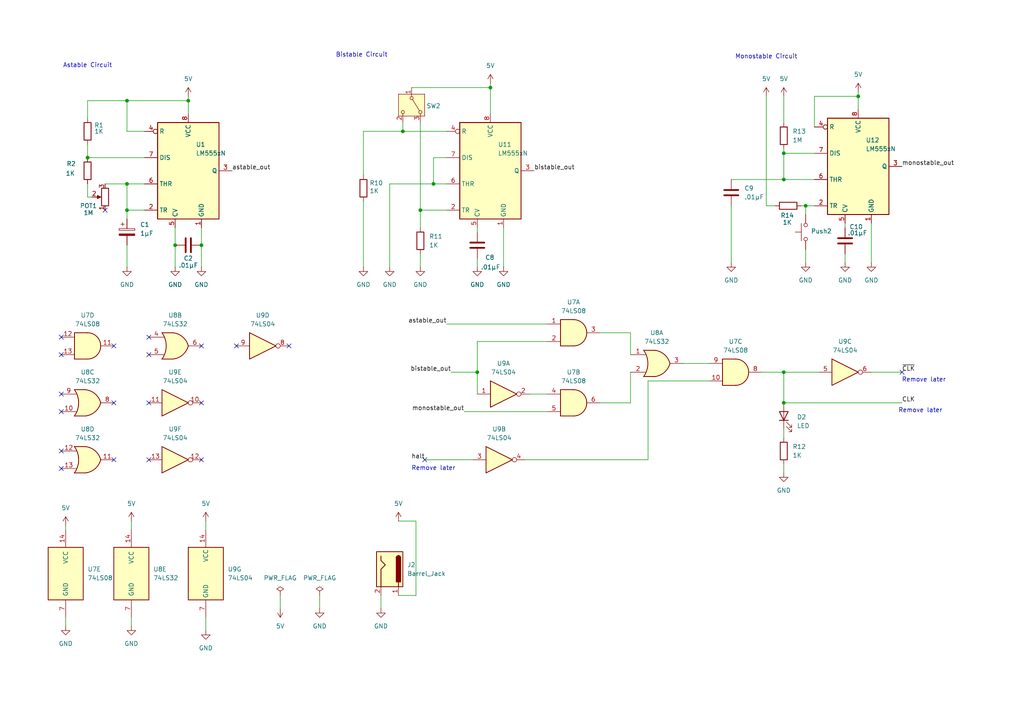
<source format=kicad_sch>
(kicad_sch (version 20231120) (generator "eeschema") (generator_version "8.0")
  (paper "A4")
  (lib_symbols
    (symbol "74LS32_1" (pin_names (offset 1.016))
      (property "Reference" "U" (at 0 1.27 0))
      (property "Value" "74LS32" (at 0 -1.27 0))
      (symbol "74LS32_1_1_1"
        (pin input line (at -7.62 2.54 0) (length 4.318) (name "~") (number "1"))
        (pin input line (at -7.62 -2.54 0) (length 4.318) (name "~") (number "2"))
        (pin output line (at 7.62 0 180) (length 3.81) (name "~") (number "3"))
      )
      (symbol "74LS32_1_1_2"
        (pin input inverted (at -7.62 2.54 0) (length 3.81) (name "~") (number "1"))
        (pin input inverted (at -7.62 -2.54 0) (length 3.81) (name "~") (number "2"))
        (pin output inverted (at 7.62 0 180) (length 3.81) (name "~") (number "3"))
      )
      (symbol "74LS32_1_2_1"
        (pin input line (at -7.62 2.54 0) (length 4.318) (name "~") (number "4"))
        (pin input line (at -7.62 -2.54 0) (length 4.318) (name "~") (number "5"))
        (pin output line (at 7.62 0 180) (length 3.81) (name "~") (number "6"))
      )
      (symbol "74LS32_1_2_2"
        (pin input inverted (at -7.62 2.54 0) (length 3.81) (name "~") (number "4"))
        (pin input inverted (at -7.62 -2.54 0) (length 3.81) (name "~") (number "5"))
        (pin output inverted (at 7.62 0 180) (length 3.81) (name "~") (number "6"))
      )
      (symbol "74LS32_1_3_1"
        (pin input line (at -7.62 -2.54 0) (length 4.318) (name "~") (number "10"))
        (pin output line (at 7.62 0 180) (length 3.81) (name "~") (number "8"))
        (pin input line (at -7.62 2.54 0) (length 4.318) (name "~") (number "9"))
      )
      (symbol "74LS32_1_3_2"
        (pin input inverted (at -7.62 -2.54 0) (length 3.81) (name "~") (number "10"))
        (pin output inverted (at 7.62 0 180) (length 3.81) (name "~") (number "8"))
        (pin input inverted (at -7.62 2.54 0) (length 3.81) (name "~") (number "9"))
      )
      (symbol "74LS32_1_4_1"
        (pin output line (at 7.62 0 180) (length 3.81) (name "~") (number "11"))
        (pin input line (at -7.62 2.54 0) (length 4.318) (name "~") (number "12"))
        (pin input line (at -7.62 -2.54 0) (length 4.318) (name "~") (number "13"))
      )
      (symbol "74LS32_1_4_2"
        (pin output inverted (at 7.62 0 180) (length 3.81) (name "~") (number "11"))
        (pin input inverted (at -7.62 2.54 0) (length 3.81) (name "~") (number "12"))
        (pin input inverted (at -7.62 -2.54 0) (length 3.81) (name "~") (number "13"))
      )
      (symbol "74LS32_1_5_0"
        (pin power_in line (at 0 12.7 270) (length 5.08) (name "VCC") (number "14"))
        (pin power_in line (at 0 -12.7 90) (length 5.08) (name "GND") (number "7"))
      )
    )
    (symbol "74xx:74LS04"
      (property "Reference" "U" (at 0 1.27 0))
      (property "Value" "74LS04" (at 0 -1.27 0))
      (symbol "74LS04_1_0"
        (pin input line (at -7.62 0 0) (length 3.81) (name "~") (number "1"))
        (pin output inverted (at 7.62 0 180) (length 3.81) (name "~") (number "2"))
      )
      (symbol "74LS04_2_0"
        (pin input line (at -7.62 0 0) (length 3.81) (name "~") (number "3"))
        (pin output inverted (at 7.62 0 180) (length 3.81) (name "~") (number "4"))
      )
      (symbol "74LS04_3_0"
        (pin input line (at -7.62 0 0) (length 3.81) (name "~") (number "5"))
        (pin output inverted (at 7.62 0 180) (length 3.81) (name "~") (number "6"))
      )
      (symbol "74LS04_4_0"
        (pin output inverted (at 7.62 0 180) (length 3.81) (name "~") (number "8"))
        (pin input line (at -7.62 0 0) (length 3.81) (name "~") (number "9"))
      )
      (symbol "74LS04_5_0"
        (pin output inverted (at 7.62 0 180) (length 3.81) (name "~") (number "10"))
        (pin input line (at -7.62 0 0) (length 3.81) (name "~") (number "11"))
      )
      (symbol "74LS04_6_0"
        (pin output inverted (at 7.62 0 180) (length 3.81) (name "~") (number "12"))
        (pin input line (at -7.62 0 0) (length 3.81) (name "~") (number "13"))
      )
      (symbol "74LS04_7_0"
        (pin power_in line (at 0 12.7 270) (length 5.08) (name "VCC") (number "14"))
        (pin power_in line (at 0 -12.7 90) (length 5.08) (name "GND") (number "7"))
      )
    )
    (symbol "74xx:74LS08" (pin_names (offset 1.016))
      (property "Reference" "U" (at 0 1.27 0))
      (property "Value" "74LS08" (at 0 -1.27 0))
      (symbol "74LS08_1_1"
        (pin input line (at -7.62 2.54 0) (length 3.81) (name "~") (number "1"))
        (pin input line (at -7.62 -2.54 0) (length 3.81) (name "~") (number "2"))
        (pin output line (at 7.62 0 180) (length 3.81) (name "~") (number "3"))
      )
      (symbol "74LS08_1_2"
        (pin input inverted (at -7.62 2.54 0) (length 4.318) (name "~") (number "1"))
        (pin input inverted (at -7.62 -2.54 0) (length 4.318) (name "~") (number "2"))
        (pin output inverted (at 7.62 0 180) (length 3.81) (name "~") (number "3"))
      )
      (symbol "74LS08_2_1"
        (pin input line (at -7.62 2.54 0) (length 3.81) (name "~") (number "4"))
        (pin input line (at -7.62 -2.54 0) (length 3.81) (name "~") (number "5"))
        (pin output line (at 7.62 0 180) (length 3.81) (name "~") (number "6"))
      )
      (symbol "74LS08_2_2"
        (pin input inverted (at -7.62 2.54 0) (length 4.318) (name "~") (number "4"))
        (pin input inverted (at -7.62 -2.54 0) (length 4.318) (name "~") (number "5"))
        (pin output inverted (at 7.62 0 180) (length 3.81) (name "~") (number "6"))
      )
      (symbol "74LS08_3_1"
        (pin input line (at -7.62 -2.54 0) (length 3.81) (name "~") (number "10"))
        (pin output line (at 7.62 0 180) (length 3.81) (name "~") (number "8"))
        (pin input line (at -7.62 2.54 0) (length 3.81) (name "~") (number "9"))
      )
      (symbol "74LS08_3_2"
        (pin input inverted (at -7.62 -2.54 0) (length 4.318) (name "~") (number "10"))
        (pin output inverted (at 7.62 0 180) (length 3.81) (name "~") (number "8"))
        (pin input inverted (at -7.62 2.54 0) (length 4.318) (name "~") (number "9"))
      )
      (symbol "74LS08_4_1"
        (pin output line (at 7.62 0 180) (length 3.81) (name "~") (number "11"))
        (pin input line (at -7.62 2.54 0) (length 3.81) (name "~") (number "12"))
        (pin input line (at -7.62 -2.54 0) (length 3.81) (name "~") (number "13"))
      )
      (symbol "74LS08_4_2"
        (pin output inverted (at 7.62 0 180) (length 3.81) (name "~") (number "11"))
        (pin input inverted (at -7.62 2.54 0) (length 4.318) (name "~") (number "12"))
        (pin input inverted (at -7.62 -2.54 0) (length 4.318) (name "~") (number "13"))
      )
      (symbol "74LS08_5_0"
        (pin power_in line (at 0 12.7 270) (length 5.08) (name "VCC") (number "14"))
        (pin power_in line (at 0 -12.7 90) (length 5.08) (name "GND") (number "7"))
      )
    )
    (symbol "74xx:74LS32" (pin_names (offset 1.016))
      (property "Reference" "U" (at 0 1.27 0))
      (property "Value" "74LS32" (at 0 -1.27 0))
      (symbol "74LS32_1_1"
        (pin input line (at -7.62 2.54 0) (length 4.318) (name "~") (number "1"))
        (pin input line (at -7.62 -2.54 0) (length 4.318) (name "~") (number "2"))
        (pin output line (at 7.62 0 180) (length 3.81) (name "~") (number "3"))
      )
      (symbol "74LS32_1_2"
        (pin input inverted (at -7.62 2.54 0) (length 3.81) (name "~") (number "1"))
        (pin input inverted (at -7.62 -2.54 0) (length 3.81) (name "~") (number "2"))
        (pin output inverted (at 7.62 0 180) (length 3.81) (name "~") (number "3"))
      )
      (symbol "74LS32_2_1"
        (pin input line (at -7.62 2.54 0) (length 4.318) (name "~") (number "4"))
        (pin input line (at -7.62 -2.54 0) (length 4.318) (name "~") (number "5"))
        (pin output line (at 7.62 0 180) (length 3.81) (name "~") (number "6"))
      )
      (symbol "74LS32_2_2"
        (pin input inverted (at -7.62 2.54 0) (length 3.81) (name "~") (number "4"))
        (pin input inverted (at -7.62 -2.54 0) (length 3.81) (name "~") (number "5"))
        (pin output inverted (at 7.62 0 180) (length 3.81) (name "~") (number "6"))
      )
      (symbol "74LS32_3_1"
        (pin input line (at -7.62 -2.54 0) (length 4.318) (name "~") (number "10"))
        (pin output line (at 7.62 0 180) (length 3.81) (name "~") (number "8"))
        (pin input line (at -7.62 2.54 0) (length 4.318) (name "~") (number "9"))
      )
      (symbol "74LS32_3_2"
        (pin input inverted (at -7.62 -2.54 0) (length 3.81) (name "~") (number "10"))
        (pin output inverted (at 7.62 0 180) (length 3.81) (name "~") (number "8"))
        (pin input inverted (at -7.62 2.54 0) (length 3.81) (name "~") (number "9"))
      )
      (symbol "74LS32_4_1"
        (pin output line (at 7.62 0 180) (length 3.81) (name "~") (number "11"))
        (pin input line (at -7.62 2.54 0) (length 4.318) (name "~") (number "12"))
        (pin input line (at -7.62 -2.54 0) (length 4.318) (name "~") (number "13"))
      )
      (symbol "74LS32_4_2"
        (pin output inverted (at 7.62 0 180) (length 3.81) (name "~") (number "11"))
        (pin input inverted (at -7.62 2.54 0) (length 3.81) (name "~") (number "12"))
        (pin input inverted (at -7.62 -2.54 0) (length 3.81) (name "~") (number "13"))
      )
      (symbol "74LS32_5_0"
        (pin power_in line (at 0 12.7 270) (length 5.08) (name "VCC") (number "14"))
        (pin power_in line (at 0 -12.7 90) (length 5.08) (name "GND") (number "7"))
      )
    )
    (symbol "Connector:Barrel_Jack" (pin_names (offset 1.016))
      (property "Reference" "J" (at 0 5.334 0))
      (property "Value" "Barrel_Jack" (at 0 -5.08 0))
      (symbol "Barrel_Jack_1_1"
        (pin passive line (at 7.62 2.54 180) (length 2.54) (name "~") (number "1"))
        (pin passive line (at 7.62 -2.54 180) (length 2.54) (name "~") (number "2"))
      )
    )
    (symbol "Device:C" (pin_numbers hide) (pin_names (offset 0.254))
      (property "Reference" "C" (at 0.635 2.54 0))
      (property "Value" "C" (at 0.635 -2.54 0))
      (symbol "C_1_1"
        (pin passive line (at 0 3.81 270) (length 2.794) (name "~") (number "1"))
        (pin passive line (at 0 -3.81 90) (length 2.794) (name "~") (number "2"))
      )
    )
    (symbol "Device:C_Polarized" (pin_numbers hide) (pin_names (offset 0.254))
      (property "Reference" "C" (at 0.635 2.54 0))
      (property "Value" "C_Polarized" (at 0.635 -2.54 0))
      (symbol "C_Polarized_1_1"
        (pin passive line (at 0 3.81 270) (length 2.794) (name "~") (number "1"))
        (pin passive line (at 0 -3.81 90) (length 2.794) (name "~") (number "2"))
      )
    )
    (symbol "Device:LED" (pin_numbers hide) (pin_names (offset 1.016) hide)
      (property "Reference" "D" (at 0 2.54 0))
      (property "Value" "LED" (at 0 -2.54 0))
      (symbol "LED_1_1"
        (pin passive line (at -3.81 0 0) (length 2.54) (name "K") (number "1"))
        (pin passive line (at 3.81 0 180) (length 2.54) (name "A") (number "2"))
      )
    )
    (symbol "Device:R" (pin_numbers hide) (pin_names (offset 0))
      (property "Reference" "R" (at 2.032 0 90))
      (property "Value" "R" (at 0 0 90))
      (symbol "R_1_1"
        (pin passive line (at 0 3.81 270) (length 1.27) (name "~") (number "1"))
        (pin passive line (at 0 -3.81 90) (length 1.27) (name "~") (number "2"))
      )
    )
    (symbol "Device:R_Potentiometer" (pin_names (offset 1.016) hide)
      (property "Reference" "RV" (at -4.445 0 90))
      (property "Value" "R_Potentiometer" (at -2.54 0 90))
      (symbol "R_Potentiometer_1_1"
        (pin passive line (at 0 3.81 270) (length 1.27) (name "1") (number "1"))
        (pin passive line (at 3.81 0 180) (length 1.27) (name "2") (number "2"))
        (pin passive line (at 0 -3.81 90) (length 1.27) (name "3") (number "3"))
      )
    )
    (symbol "LM555xN_1"
      (property "Reference" "U3" (at 2.1941 12.7 0))
      (property "Value" "LM555xN" (at 2.1941 10.16 0))
      (symbol "LM555xN_1_0_0"
        (pin power_in line (at 3.81 -11.43 90) (length 2.54) (name "GND") (number "1"))
        (pin power_in line (at 0 21.59 270) (length 2.54) (name "VCC") (number "8"))
      )
      (symbol "LM555xN_1_1_1"
        (pin input line (at -12.7 -6.35 0) (length 3.81) (name "TR") (number "2"))
        (pin output line (at 12.7 5.08 180) (length 3.81) (name "Q") (number "3"))
        (pin input inverted (at -12.7 16.51 0) (length 3.81) (name "R") (number "4"))
        (pin input line (at -3.81 -11.43 90) (length 2.54) (name "CV") (number "5"))
        (pin input line (at -12.7 1.27 0) (length 3.81) (name "THR") (number "6"))
        (pin input line (at -12.7 8.89 0) (length 3.81) (name "DIS") (number "7"))
      )
    )
    (symbol "Switch:SW_Push" (pin_numbers hide) (pin_names (offset 1.016) hide)
      (property "Reference" "SW" (at 1.27 2.54 0))
      (property "Value" "SW_Push" (at 0 -1.524 0))
      (symbol "SW_Push_0_1"
        (pin passive line (at -5.08 0 0) (length 2.54) (name "1") (number "1"))
        (pin passive line (at 5.08 0 180) (length 2.54) (name "2") (number "2"))
      )
    )
    (symbol "Switch:SW_Wuerth_450301014042" (pin_names (offset 1) hide)
      (property "Reference" "SW" (at 0 5.08 0))
      (property "Value" "SW_Wuerth_450301014042" (at 0 -5.08 0))
      (symbol "SW_Wuerth_450301014042_1_1"
        (pin passive line (at -5.08 0 0) (length 2.54) (name "B") (number "1"))
        (pin passive line (at 5.08 -2.54 180) (length 2.54) (name "C") (number "2"))
        (pin passive line (at 5.08 2.54 180) (length 2.54) (name "A") (number "3"))
      )
    )
    (symbol "power:GND" (power) (pin_numbers hide) (pin_names (offset 0) hide)
      (property "Value" "GND" (at 0 -3.81 0))
      (symbol "GND_1_1"
        (pin power_in line (at 0 0 270) (length 0) (name "~") (number "1"))
      )
    )
    (symbol "power:PWR_FLAG" (power) (pin_numbers hide) (pin_names (offset 0) hide)
      (property "Value" "PWR_FLAG" (at 0 3.81 0))
      (symbol "PWR_FLAG_0_0"
        (pin power_out line (at 0 0 90) (length 0) (name "~") (number "1"))
      )
    )
    (symbol "power:VCC" (power) (pin_numbers hide) (pin_names (offset 0) hide)
      (property "Value" "VCC" (at 0 3.556 0))
      (symbol "VCC_1_1"
        (pin power_in line (at 0 0 90) (length 0) (name "~") (number "1"))
      )
    )
  )
  (junction (at 142.24 25.4))
  (junction (at 227.33 52.07))
  (junction (at 227.33 107.95))
  (junction (at 227.33 116.84))
  (junction (at 116.84 38.1))
  (junction (at 25.4 45.72))
  (junction (at 36.83 53.34))
  (junction (at 233.68 59.69))
  (junction (at 121.92 60.96))
  (junction (at 36.83 60.96))
  (junction (at 58.42 71.12))
  (junction (at 36.83 29.21))
  (junction (at 125.73 53.34))
  (junction (at 227.33 44.45))
  (junction (at 50.8 71.12))
  (junction (at 248.92 27.94))
  (junction (at 54.61 29.21))
  (junction (at 138.43 107.95))
  (no_connect (at 17.78 114.3))
  (no_connect (at 33.02 133.35))
  (no_connect (at 43.18 133.35))
  (no_connect (at 17.78 97.79))
  (no_connect (at 123.19 133.35))
  (no_connect (at 33.02 100.33))
  (no_connect (at 33.02 116.84))
  (no_connect (at 17.78 102.87))
  (no_connect (at 17.78 130.81))
  (no_connect (at 30.48 60.96))
  (no_connect (at 43.18 102.87))
  (no_connect (at 17.78 119.38))
  (no_connect (at 83.82 100.33))
  (no_connect (at 43.18 97.79))
  (no_connect (at 261.62 107.95))
  (no_connect (at 17.78 135.89))
  (no_connect (at 43.18 116.84))
  (no_connect (at 58.42 133.35))
  (no_connect (at 58.42 100.33))
  (no_connect (at 58.42 116.84))
  (no_connect (at 68.58 100.33))
  (wire (pts (xy 227.33 116.84) (xy 261.62 116.84)))
  (wire (pts (xy 187.96 110.49) (xy 187.96 133.35)))
  (wire (pts (xy 138.43 66.04) (xy 138.43 67.31)))
  (wire (pts (xy 110.49 172.72) (xy 110.49 176.53)))
  (wire (pts (xy 58.42 71.12) (xy 58.42 77.47)))
  (wire (pts (xy 25.4 29.21) (xy 25.4 34.29)))
  (wire (pts (xy 236.22 52.07) (xy 227.33 52.07)))
  (wire (pts (xy 116.84 35.56) (xy 116.84 38.1)))
  (wire (pts (xy 248.92 27.94) (xy 248.92 31.75)))
  (wire (pts (xy 220.98 107.95) (xy 227.33 107.95)))
  (wire (pts (xy 54.61 27.94) (xy 54.61 29.21)))
  (wire (pts (xy 233.68 72.39) (xy 233.68 76.2)))
  (wire (pts (xy 25.4 57.15) (xy 25.4 53.34)))
  (wire (pts (xy 36.83 53.34) (xy 41.91 53.34)))
  (wire (pts (xy 245.11 64.77) (xy 245.11 66.04)))
  (wire (pts (xy 125.73 53.34) (xy 113.03 53.34)))
  (wire (pts (xy 138.43 107.95) (xy 138.43 114.3)))
  (wire (pts (xy 36.83 29.21) (xy 54.61 29.21)))
  (wire (pts (xy 236.22 27.94) (xy 248.92 27.94)))
  (wire (pts (xy 227.33 124.46) (xy 227.33 127)))
  (wire (pts (xy 50.8 71.12) (xy 50.8 77.47)))
  (wire (pts (xy 59.69 151.13) (xy 59.69 153.67)))
  (wire (pts (xy 36.83 53.34) (xy 36.83 60.96)))
  (wire (pts (xy 120.65 172.72) (xy 115.57 172.72)))
  (wire (pts (xy 227.33 134.62) (xy 227.33 137.16)))
  (wire (pts (xy 138.43 99.06) (xy 138.43 107.95)))
  (wire (pts (xy 212.09 59.69) (xy 212.09 76.2)))
  (wire (pts (xy 227.33 107.95) (xy 227.33 116.84)))
  (wire (pts (xy 36.83 60.96) (xy 41.91 60.96)))
  (wire (pts (xy 173.99 96.52) (xy 182.88 96.52)))
  (wire (pts (xy 50.8 66.04) (xy 50.8 71.12)))
  (wire (pts (xy 248.92 26.67) (xy 248.92 27.94)))
  (wire (pts (xy 187.96 110.49) (xy 205.74 110.49)))
  (wire (pts (xy 59.69 179.07) (xy 59.69 182.88)))
  (wire (pts (xy 105.41 58.42) (xy 105.41 77.47)))
  (wire (pts (xy 142.24 24.13) (xy 142.24 25.4)))
  (wire (pts (xy 19.05 179.07) (xy 19.05 181.61)))
  (wire (pts (xy 113.03 53.34) (xy 113.03 77.47)))
  (wire (pts (xy 233.68 59.69) (xy 233.68 62.23)))
  (wire (pts (xy 173.99 116.84) (xy 182.88 116.84)))
  (wire (pts (xy 252.73 107.95) (xy 261.62 107.95)))
  (wire (pts (xy 115.57 151.13) (xy 120.65 151.13)))
  (wire (pts (xy 25.4 45.72) (xy 41.91 45.72)))
  (wire (pts (xy 123.19 133.35) (xy 137.16 133.35)))
  (wire (pts (xy 227.33 27.94) (xy 227.33 35.56)))
  (wire (pts (xy 38.1 179.07) (xy 38.1 181.61)))
  (wire (pts (xy 129.54 53.34) (xy 125.73 53.34)))
  (wire (pts (xy 38.1 153.67) (xy 38.1 151.13)))
  (wire (pts (xy 92.71 172.72) (xy 92.71 176.53)))
  (wire (pts (xy 134.62 119.38) (xy 158.75 119.38)))
  (wire (pts (xy 121.92 60.96) (xy 129.54 60.96)))
  (wire (pts (xy 152.4 133.35) (xy 187.96 133.35)))
  (wire (pts (xy 129.54 45.72) (xy 125.73 45.72)))
  (wire (pts (xy 119.38 25.4) (xy 142.24 25.4)))
  (wire (pts (xy 121.92 73.66) (xy 121.92 77.47)))
  (wire (pts (xy 142.24 25.4) (xy 142.24 33.02)))
  (wire (pts (xy 36.83 38.1) (xy 36.83 29.21)))
  (wire (pts (xy 41.91 38.1) (xy 36.83 38.1)))
  (wire (pts (xy 198.12 105.41) (xy 205.74 105.41)))
  (wire (pts (xy 120.65 151.13) (xy 120.65 172.72)))
  (wire (pts (xy 222.25 27.94) (xy 222.25 59.69)))
  (wire (pts (xy 54.61 29.21) (xy 54.61 33.02)))
  (wire (pts (xy 130.81 107.95) (xy 138.43 107.95)))
  (wire (pts (xy 158.75 99.06) (xy 138.43 99.06)))
  (wire (pts (xy 236.22 36.83) (xy 236.22 27.94)))
  (wire (pts (xy 232.41 59.69) (xy 233.68 59.69)))
  (wire (pts (xy 121.92 35.56) (xy 121.92 60.96)))
  (wire (pts (xy 227.33 44.45) (xy 227.33 52.07)))
  (wire (pts (xy 227.33 107.95) (xy 237.49 107.95)))
  (wire (pts (xy 129.54 93.98) (xy 158.75 93.98)))
  (wire (pts (xy 19.05 152.4) (xy 19.05 153.67)))
  (wire (pts (xy 146.05 66.04) (xy 146.05 77.47)))
  (wire (pts (xy 236.22 44.45) (xy 227.33 44.45)))
  (wire (pts (xy 25.4 57.15) (xy 26.67 57.15)))
  (wire (pts (xy 25.4 29.21) (xy 36.83 29.21)))
  (wire (pts (xy 116.84 38.1) (xy 129.54 38.1)))
  (wire (pts (xy 30.48 53.34) (xy 36.83 53.34)))
  (wire (pts (xy 227.33 44.45) (xy 227.33 43.18)))
  (wire (pts (xy 36.83 60.96) (xy 36.83 63.5)))
  (wire (pts (xy 138.43 74.93) (xy 138.43 77.47)))
  (wire (pts (xy 182.88 107.95) (xy 182.88 116.84)))
  (wire (pts (xy 25.4 41.91) (xy 25.4 45.72)))
  (wire (pts (xy 125.73 45.72) (xy 125.73 53.34)))
  (wire (pts (xy 153.67 114.3) (xy 158.75 114.3)))
  (wire (pts (xy 245.11 73.66) (xy 245.11 76.2)))
  (wire (pts (xy 105.41 38.1) (xy 116.84 38.1)))
  (wire (pts (xy 227.33 52.07) (xy 212.09 52.07)))
  (wire (pts (xy 105.41 38.1) (xy 105.41 50.8)))
  (wire (pts (xy 252.73 64.77) (xy 252.73 76.2)))
  (wire (pts (xy 233.68 59.69) (xy 236.22 59.69)))
  (wire (pts (xy 182.88 96.52) (xy 182.88 102.87)))
  (wire (pts (xy 121.92 66.04) (xy 121.92 60.96)))
  (wire (pts (xy 81.28 176.53) (xy 81.28 172.72)))
  (wire (pts (xy 222.25 59.69) (xy 224.79 59.69)))
  (wire (pts (xy 36.83 71.12) (xy 36.83 77.47)))
  (wire (pts (xy 58.42 66.04) (xy 58.42 71.12)))
  (text "Bistable Circuit\n" (at 104.902 16.002 0) (effects (font (size 1.27 1.27))))
  (text "Monostable Circuit" (at 222.25 16.51 0) (effects (font (size 1.27 1.27))))
  (text "Astable Circuit" (at 25.4 19.05 0) (effects (font (size 1.27 1.27))))
  (text "Remove later" (at 125.73 135.89 0) (effects (font (size 1.27 1.27))))
  (text "Remove later" (at 266.954 119.126 0) (effects (font (size 1.27 1.27))))
  (text "Remove later" (at 267.97 110.236 0) (effects (font (size 1.27 1.27))))
  (label "CLK" (at 261.62 116.84 0))
  (label "monostable_out" (at 134.62 119.38 180))
  (label "astable_out" (at 129.54 93.98 180))
  (label "bistable_out" (at 130.81 107.95 180))
  (label "halt" (at 123.19 133.35 180))
  (label "~{CLK}" (at 261.62 107.95 0))
  (label "monostable_out" (at 261.62 48.26 0))
  (label "astable_out" (at 67.31 49.53 0))
  (label "bistable_out" (at 154.94 49.53 0))
  (symbol (lib_id "Device:C_Polarized") (at 36.83 67.31 0) (unit 1) (exclude_from_sim yes)
    (property "Reference" "C1" (at 40.64 65.1509 0) (effects (justify left)))
    (property "Value" "1µF" (at 40.64 67.6909 0) (effects (justify left)))
    (property "Footprint" "Capacitor_THT:C_Radial_D5.0mm_H11.0mm_P2.00mm" (effects (hide yes)))
    (property "Description" "Polarized capacitor" (effects (hide yes)))
  )
  (symbol (lib_name "LM555xN_1") (lib_id "Timer:LM555xN") (at 54.61 54.61 0) (unit 1) (exclude_from_sim yes)
    (property "Reference" "U1" (at 56.8041 41.91 0) (effects (justify left)))
    (property "Value" "LM555xN" (at 56.8041 44.45 0) (effects (justify left)))
    (property "Footprint" "Package_DIP:DIP-8_W7.62mm" (effects (hide yes)))
    (property "Datasheet" "http://www.ti.com/lit/ds/symlink/lm555.pdf" (effects (hide yes)))
    (property "Description" "Timer, 555 compatible, PDIP-8" (effects (hide yes)))
    (property "Sim.Library" "/home/swami/Documents/SAP-U/Sim/555bip.lib" (effects (hide yes)))
    (property "Sim.Name" "555bip" (effects (hide yes)))
    (property "Sim.Device" "SUBCKT" (effects (hide yes)))
    (property "Sim.Pins" "1=GND 2=Trig 3=Out 4=Reset 5=Vctrl 6=Threas 7=Dis 8=Vcc" (effects (hide yes)))
  )
  (symbol (lib_id "power:GND") (at 245.11 76.2 0) (unit 1) (exclude_from_sim yes)
    (property "Reference" "#PWR054" (effects (hide yes)))
    (property "Value" "GND" (at 245.11 81.28 0))
    (property "Description" "Power symbol creates a global label with name \"GND\" , ground" (effects (hide yes)))
  )
  (symbol (lib_id "Device:LED") (at 227.33 120.65 90) (unit 1) (exclude_from_sim yes)
    (property "Reference" "D2" (at 231.14 120.9674 90) (effects (justify right)))
    (property "Value" "LED" (at 231.14 123.5074 90) (effects (justify right)))
    (property "Footprint" "LED_THT:LED_D5.0mm" (effects (hide yes)))
    (property "Description" "Light emitting diode" (effects (hide yes)))
  )
  (symbol (lib_id "Switch:SW_Push") (at 233.68 67.31 90) (unit 1) (exclude_from_sim yes)
    (property "Reference" "Push2" (at 235.204 67.056 90) (effects (justify right)))
    (property "Value" "SW_Push" (effects (hide yes)))
    (property "Footprint" "Button_Switch_THT:SW_PUSH_6mm_H4.3mm" (effects (hide yes)))
    (property "Description" "Push button switch, generic, two pins" (effects (hide yes)))
  )
  (symbol (lib_id "power:VCC") (at 142.24 24.13 0) (unit 1) (exclude_from_sim yes)
    (property "Reference" "#PWR047" (effects (hide yes)))
    (property "Value" "5V" (at 142.24 19.05 0))
    (property "Description" "Power symbol creates a global label with name \"VCC\"" (effects (hide yes)))
  )
  (symbol (lib_id "74xx:74LS08") (at 166.37 96.52 0) (unit 1) (exclude_from_sim yes)
    (property "Reference" "U7" (at 166.3617 87.63 0))
    (property "Value" "74LS08" (at 166.3617 90.17 0))
    (property "Footprint" "MyFootPrints:SN74LS08N" (effects (hide yes)))
    (property "Datasheet" "http://www.ti.com/lit/gpn/sn74LS08" (effects (hide yes)))
    (property "Description" "Quad And2" (effects (hide yes)))
  )
  (symbol (lib_id "74xx:74LS04") (at 146.05 114.3 0) (unit 1) (exclude_from_sim yes)
    (property "Reference" "U9" (at 146.05 105.41 0))
    (property "Value" "74LS04" (at 146.05 107.95 0))
    (property "Footprint" "MyFootPrints:SN74LS04N" (effects (hide yes)))
    (property "Datasheet" "http://www.ti.com/lit/gpn/sn74LS04" (effects (hide yes)))
    (property "Description" "Hex Inverter" (effects (hide yes)))
  )
  (symbol (lib_id "74xx:74LS04") (at 76.2 100.33 0) (unit 4) (exclude_from_sim yes)
    (property "Reference" "U9" (at 76.2 91.44 0))
    (property "Value" "74LS04" (at 76.2 93.98 0))
    (property "Footprint" "MyFootPrints:SN74LS04N" (effects (hide yes)))
    (property "Datasheet" "http://www.ti.com/lit/gpn/sn74LS04" (effects (hide yes)))
    (property "Description" "Hex Inverter" (effects (hide yes)))
  )
  (symbol (lib_id "power:GND") (at 59.69 182.88 0) (unit 1) (exclude_from_sim yes)
    (property "Reference" "#PWR038" (effects (hide yes)))
    (property "Value" "GND" (at 59.69 187.96 0))
    (property "Description" "Power symbol creates a global label with name \"GND\" , ground" (effects (hide yes)))
  )
  (symbol (lib_id "74xx:74LS04") (at 245.11 107.95 0) (unit 3) (exclude_from_sim yes)
    (property "Reference" "U9" (at 245.11 99.06 0))
    (property "Value" "74LS04" (at 245.11 101.6 0))
    (property "Footprint" "MyFootPrints:SN74LS04N" (effects (hide yes)))
    (property "Datasheet" "http://www.ti.com/lit/gpn/sn74LS04" (effects (hide yes)))
    (property "Description" "Hex Inverter" (effects (hide yes)))
  )
  (symbol (lib_id "power:GND") (at 113.03 77.47 0) (unit 1) (exclude_from_sim yes)
    (property "Reference" "#PWR043" (effects (hide yes)))
    (property "Value" "GND" (at 113.03 82.55 0))
    (property "Description" "Power symbol creates a global label with name \"GND\" , ground" (effects (hide yes)))
  )
  (symbol (lib_id "74xx:74LS08") (at 25.4 100.33 0) (unit 4) (exclude_from_sim yes)
    (property "Reference" "U7" (at 25.3917 91.44 0))
    (property "Value" "74LS08" (at 25.3917 93.98 0))
    (property "Footprint" "MyFootPrints:SN74LS08N" (effects (hide yes)))
    (property "Datasheet" "http://www.ti.com/lit/gpn/sn74LS08" (effects (hide yes)))
    (property "Description" "Quad And2" (effects (hide yes)))
  )
  (symbol (lib_id "power:VCC") (at 248.92 26.67 0) (unit 1) (exclude_from_sim yes)
    (property "Reference" "#PWR055" (effects (hide yes)))
    (property "Value" "5V" (at 248.92 21.59 0))
    (property "Description" "Power symbol creates a global label with name \"VCC\"" (effects (hide yes)))
  )
  (symbol (lib_id "power:VCC") (at 54.61 27.94 0) (unit 1) (exclude_from_sim yes)
    (property "Reference" "#PWR03" (effects (hide yes)))
    (property "Value" "5V" (at 54.61 22.86 0))
    (property "Description" "Power symbol creates a global label with name \"VCC\"" (effects (hide yes)))
  )
  (symbol (lib_id "power:GND") (at 36.83 77.47 0) (unit 1) (exclude_from_sim yes)
    (property "Reference" "#PWR01" (effects (hide yes)))
    (property "Value" "GND" (at 36.83 82.55 0))
    (property "Description" "Power symbol creates a global label with name \"GND\" , ground" (effects (hide yes)))
  )
  (symbol (lib_name "LM555xN_1") (lib_id "Timer:LM555xN") (at 142.24 54.61 0) (unit 1) (exclude_from_sim yes)
    (property "Reference" "U11" (at 144.4341 41.91 0) (effects (justify left)))
    (property "Value" "LM555xN" (at 144.4341 44.45 0) (effects (justify left)))
    (property "Footprint" "Package_DIP:DIP-8_W7.62mm" (effects (hide yes)))
    (property "Datasheet" "http://www.ti.com/lit/ds/symlink/lm555.pdf" (effects (hide yes)))
    (property "Description" "Timer, 555 compatible, PDIP-8" (effects (hide yes)))
  )
  (symbol (lib_id "power:GND") (at 146.05 77.47 0) (unit 1) (exclude_from_sim yes)
    (property "Reference" "#PWR048" (effects (hide yes)))
    (property "Value" "GND" (at 146.05 82.55 0))
    (property "Description" "Power symbol creates a global label with name \"GND\" , ground" (effects (hide yes)))
  )
  (symbol (lib_id "74xx:74LS08") (at 166.37 116.84 0) (unit 2) (exclude_from_sim yes)
    (property "Reference" "U7" (at 166.3617 107.95 0))
    (property "Value" "74LS08" (at 166.3617 110.49 0))
    (property "Footprint" "MyFootPrints:SN74LS08N" (effects (hide yes)))
    (property "Datasheet" "http://www.ti.com/lit/gpn/sn74LS08" (effects (hide yes)))
    (property "Description" "Quad And2" (effects (hide yes)))
  )
  (symbol (lib_id "power:PWR_FLAG") (at 81.28 172.72 0) (unit 1) (exclude_from_sim yes)
    (property "Reference" "#FLG03" (effects (hide yes)))
    (property "Value" "PWR_FLAG" (at 81.28 167.64 0))
    (property "Description" "Special symbol for telling ERC where power comes from" (effects (hide yes)))
  )
  (symbol (lib_id "74xx:74LS04") (at 144.78 133.35 0) (unit 2) (exclude_from_sim yes)
    (property "Reference" "U9" (at 144.78 124.46 0))
    (property "Value" "74LS04" (at 144.78 127 0))
    (property "Footprint" "MyFootPrints:SN74LS04N" (effects (hide yes)))
    (property "Datasheet" "http://www.ti.com/lit/gpn/sn74LS04" (effects (hide yes)))
    (property "Description" "Hex Inverter" (effects (hide yes)))
  )
  (symbol (lib_id "power:GND") (at 121.92 77.47 0) (unit 1) (exclude_from_sim yes)
    (property "Reference" "#PWR045" (effects (hide yes)))
    (property "Value" "GND" (at 121.92 82.55 0))
    (property "Description" "Power symbol creates a global label with name \"GND\" , ground" (effects (hide yes)))
  )
  (symbol (lib_id "Switch:SW_Wuerth_450301014042") (at 119.38 30.48 270) (unit 1) (exclude_from_sim yes)
    (property "Reference" "SW2" (at 125.73 30.734 90))
    (property "Value" "SW_Wuerth_450301014042" (effects (hide yes)))
    (property "Footprint" "MyFootPrints:SW_Slide-Jameco-SS-12E17-G020" (effects (hide yes)))
    (property "Datasheet" "https://www.we-online.com/components/products/datasheet/450301014042.pdf" (effects (hide yes)))
    (property "Description" "Switch slide, single pole double throw" (effects (hide yes)))
  )
  (symbol (lib_id "power:VCC") (at 38.1 151.13 0) (unit 1) (exclude_from_sim yes)
    (property "Reference" "#PWR030" (effects (hide yes)))
    (property "Value" "5V" (at 38.1 146.05 0))
    (property "Description" "Power symbol creates a global label with name \"VCC\"" (effects (hide yes)))
  )
  (symbol (lib_id "Device:R_Potentiometer") (at 30.48 57.15 180) (unit 1) (exclude_from_sim yes)
    (property "Reference" "POT1" (at 25.654 59.69 0))
    (property "Value" "1M" (at 25.654 61.722 0))
    (property "Footprint" "Potentiometer_THT:Potentiometer_Bourns_3386F_Vertical" (effects (hide yes)))
    (property "Description" "Potentiometer" (effects (hide yes)))
    (property "Sim.Device" "R" (effects (hide yes)))
    (property "Sim.Pins" "1=+ 2=-" (effects (hide yes)))
    (property "Sim.Params" "r=100" (effects (hide yes)))
  )
  (symbol (lib_id "power:GND") (at 138.43 77.47 0) (unit 1) (exclude_from_sim yes)
    (property "Reference" "#PWR046" (effects (hide yes)))
    (property "Value" "GND" (at 138.43 82.55 0))
    (property "Description" "Power symbol creates a global label with name \"GND\" , ground" (effects (hide yes)))
  )
  (symbol (lib_id "Device:C") (at 212.09 55.88 180) (unit 1) (exclude_from_sim yes)
    (property "Reference" "C9" (at 215.9 54.61 0) (effects (justify right)))
    (property "Value" ".01µF" (at 215.9 57.15 0) (effects (justify right)))
    (property "Footprint" "Capacitor_THT:C_Disc_D5.0mm_W2.5mm_P2.50mm" (effects (hide yes)))
    (property "Description" "Unpolarized capacitor" (effects (hide yes)))
  )
  (symbol (lib_id "power:GND") (at 212.09 76.2 0) (unit 1) (exclude_from_sim yes)
    (property "Reference" "#PWR049" (effects (hide yes)))
    (property "Value" "GND" (at 212.09 81.28 0))
    (property "Description" "Power symbol creates a global label with name \"GND\" , ground" (effects (hide yes)))
  )
  (symbol (lib_id "74xx:74LS32") (at 25.4 133.35 0) (unit 4) (exclude_from_sim yes)
    (property "Reference" "U8" (at 25.4 124.46 0))
    (property "Value" "74LS32" (at 25.4 127 0))
    (property "Footprint" "MyFootPrints:SN74LS32N" (effects (hide yes)))
    (property "Datasheet" "http://www.ti.com/lit/gpn/sn74LS32" (effects (hide yes)))
    (property "Description" "Quad 2-input OR" (effects (hide yes)))
  )
  (symbol (lib_id "Connector:Barrel_Jack") (at 113.03 165.1 270) (unit 1) (exclude_from_sim yes)
    (property "Reference" "J2" (at 118.11 163.8299 90) (effects (justify left)))
    (property "Value" "Barrel_Jack" (at 118.11 166.3699 90) (effects (justify left)))
    (property "Description" "DC Barrel Jack" (effects (hide yes)))
  )
  (symbol (lib_id "power:GND") (at 58.42 77.47 0) (unit 1) (exclude_from_sim yes)
    (property "Reference" "#PWR04" (effects (hide yes)))
    (property "Value" "GND" (at 58.42 82.55 0))
    (property "Description" "Power symbol creates a global label with name \"GND\" , ground" (effects (hide yes)))
  )
  (symbol (lib_id "power:GND") (at 38.1 181.61 0) (unit 1) (exclude_from_sim yes)
    (property "Reference" "#PWR031" (effects (hide yes)))
    (property "Value" "GND" (at 38.1 186.69 0))
    (property "Description" "Power symbol creates a global label with name \"GND\" , ground" (effects (hide yes)))
  )
  (symbol (lib_id "74xx:74LS04") (at 50.8 133.35 0) (unit 6) (exclude_from_sim yes)
    (property "Reference" "U9" (at 50.8 124.46 0))
    (property "Value" "74LS04" (at 50.8 127 0))
    (property "Footprint" "MyFootPrints:SN74LS04N" (effects (hide yes)))
    (property "Datasheet" "http://www.ti.com/lit/gpn/sn74LS04" (effects (hide yes)))
    (property "Description" "Hex Inverter" (effects (hide yes)))
  )
  (symbol (lib_id "power:VCC") (at 59.69 151.13 0) (unit 1) (exclude_from_sim yes)
    (property "Reference" "#PWR037" (effects (hide yes)))
    (property "Value" "5V" (at 59.69 146.05 0))
    (property "Description" "Power symbol creates a global label with name \"VCC\"" (effects (hide yes)))
  )
  (symbol (lib_id "power:PWR_FLAG") (at 92.71 172.72 0) (unit 1) (exclude_from_sim yes)
    (property "Reference" "#FLG04" (effects (hide yes)))
    (property "Value" "PWR_FLAG" (at 92.71 167.64 0))
    (property "Description" "Special symbol for telling ERC where power comes from" (effects (hide yes)))
  )
  (symbol (lib_id "74xx:74LS04") (at 50.8 116.84 0) (unit 5) (exclude_from_sim yes)
    (property "Reference" "U9" (at 50.8 107.95 0))
    (property "Value" "74LS04" (at 50.8 110.49 0))
    (property "Footprint" "MyFootPrints:SN74LS04N" (effects (hide yes)))
    (property "Datasheet" "http://www.ti.com/lit/gpn/sn74LS04" (effects (hide yes)))
    (property "Description" "Hex Inverter" (effects (hide yes)))
  )
  (symbol (lib_id "power:GND") (at 50.8 77.47 0) (unit 1) (exclude_from_sim yes)
    (property "Reference" "#PWR02" (effects (hide yes)))
    (property "Value" "GND" (at 50.8 82.55 0))
    (property "Description" "Power symbol creates a global label with name \"GND\" , ground" (effects (hide yes)))
  )
  (symbol (lib_id "Device:R") (at 105.41 54.61 180) (unit 1) (exclude_from_sim yes)
    (property "Reference" "R10" (at 107.188 53.086 0) (effects (justify right)))
    (property "Value" "1K" (at 107.188 55.372 0) (effects (justify right)))
    (property "Footprint" "Resistor_THT:R_Axial_DIN0207_L6.3mm_D2.5mm_P5.08mm_Vertical" (effects (hide yes)))
    (property "Description" "Resistor" (effects (hide yes)))
  )
  (symbol (lib_id "power:VCC") (at 81.28 176.53 180) (unit 1) (exclude_from_sim yes)
    (property "Reference" "#PWR039" (effects (hide yes)))
    (property "Value" "5V" (at 81.28 181.61 0))
    (property "Description" "Power symbol creates a global label with name \"VCC\"" (effects (hide yes)))
  )
  (symbol (lib_id "Device:C") (at 138.43 71.12 180) (unit 1) (exclude_from_sim yes)
    (property "Reference" "C8" (at 140.716 74.676 0) (effects (justify right)))
    (property "Value" ".01µF" (at 139.446 77.47 0) (effects (justify right)))
    (property "Footprint" "Capacitor_THT:C_Disc_D5.0mm_W2.5mm_P2.50mm" (effects (hide yes)))
    (property "Description" "Unpolarized capacitor" (effects (hide yes)))
  )
  (symbol (lib_id "power:GND") (at 110.49 176.53 0) (unit 1) (exclude_from_sim yes)
    (property "Reference" "#PWR042" (effects (hide yes)))
    (property "Value" "GND" (at 110.49 181.61 0))
    (property "Description" "Power symbol creates a global label with name \"GND\" , ground" (effects (hide yes)))
  )
  (symbol (lib_id "Device:R") (at 25.4 38.1 180) (unit 1) (exclude_from_sim yes)
    (property "Reference" "R1" (at 28.702 36.322 0))
    (property "Value" "1K" (at 28.702 38.1 0))
    (property "Footprint" "Resistor_THT:R_Axial_DIN0207_L6.3mm_D2.5mm_P5.08mm_Vertical" (effects (hide yes)))
    (property "Description" "Resistor" (effects (hide yes)))
  )
  (symbol (lib_id "74xx:74LS32") (at 25.4 116.84 0) (unit 3) (exclude_from_sim yes)
    (property "Reference" "U8" (at 25.4 107.95 0))
    (property "Value" "74LS32" (at 25.4 110.49 0))
    (property "Footprint" "MyFootPrints:SN74LS32N" (effects (hide yes)))
    (property "Datasheet" "http://www.ti.com/lit/gpn/sn74LS32" (effects (hide yes)))
    (property "Description" "Quad 2-input OR" (effects (hide yes)))
  )
  (symbol (lib_id "74xx:74LS04") (at 59.69 166.37 0) (unit 7) (exclude_from_sim yes)
    (property "Reference" "U9" (at 66.04 165.0999 0) (effects (justify left)))
    (property "Value" "74LS04" (at 66.04 167.6399 0) (effects (justify left)))
    (property "Footprint" "MyFootPrints:SN74LS04N" (effects (hide yes)))
    (property "Datasheet" "http://www.ti.com/lit/gpn/sn74LS04" (effects (hide yes)))
    (property "Description" "Hex Inverter" (effects (hide yes)))
  )
  (symbol (lib_id "Device:C") (at 54.61 71.12 270) (unit 1) (exclude_from_sim yes)
    (property "Reference" "C2" (at 54.61 74.93 90))
    (property "Value" ".01µF" (at 54.61 76.962 90))
    (property "Footprint" "Capacitor_THT:C_Disc_D5.0mm_W2.5mm_P2.50mm" (effects (hide yes)))
    (property "Description" "Unpolarized capacitor" (effects (hide yes)))
  )
  (symbol (lib_name "LM555xN_1") (lib_id "Timer:LM555xN") (at 248.92 53.34 0) (unit 1) (exclude_from_sim yes)
    (property "Reference" "U12" (at 251.1141 40.64 0) (effects (justify left)))
    (property "Value" "LM555xN" (at 251.1141 43.18 0) (effects (justify left)))
    (property "Footprint" "Package_DIP:DIP-8_W7.62mm" (effects (hide yes)))
    (property "Datasheet" "http://www.ti.com/lit/ds/symlink/lm555.pdf" (effects (hide yes)))
    (property "Description" "Timer, 555 compatible, PDIP-8" (effects (hide yes)))
  )
  (symbol (lib_id "power:VCC") (at 222.25 27.94 0) (unit 1) (exclude_from_sim yes)
    (property "Reference" "#PWR050" (effects (hide yes)))
    (property "Value" "5V" (at 222.25 22.86 0))
    (property "Description" "Power symbol creates a global label with name \"VCC\"" (effects (hide yes)))
  )
  (symbol (lib_id "power:GND") (at 227.33 137.16 0) (unit 1) (exclude_from_sim yes)
    (property "Reference" "#PWR051" (effects (hide yes)))
    (property "Value" "GND" (at 227.33 142.24 0))
    (property "Description" "Power symbol creates a global label with name \"GND\" , ground" (effects (hide yes)))
  )
  (symbol (lib_id "Device:R") (at 228.6 59.69 270) (unit 1) (exclude_from_sim yes)
    (property "Reference" "R14" (at 228.346 62.484 90))
    (property "Value" "1K" (at 228.346 64.516 90))
    (property "Footprint" "Resistor_THT:R_Axial_DIN0207_L6.3mm_D2.5mm_P5.08mm_Vertical" (effects (hide yes)))
    (property "Description" "Resistor" (effects (hide yes)))
  )
  (symbol (lib_id "Device:R") (at 227.33 130.81 0) (unit 1) (exclude_from_sim yes)
    (property "Reference" "R12" (at 229.87 129.5399 0) (effects (justify left)))
    (property "Value" "1K" (at 229.87 132.0799 0) (effects (justify left)))
    (property "Footprint" "Resistor_THT:R_Axial_DIN0207_L6.3mm_D2.5mm_P5.08mm_Vertical" (effects (hide yes)))
    (property "Description" "Resistor" (effects (hide yes)))
  )
  (symbol (lib_id "Device:C") (at 245.11 69.85 180) (unit 1) (exclude_from_sim yes)
    (property "Reference" "C10" (at 246.38 65.786 0) (effects (justify right)))
    (property "Value" ".01µF" (at 245.872 67.564 0) (effects (justify right)))
    (property "Footprint" "Capacitor_THT:C_Disc_D5.0mm_W2.5mm_P2.50mm" (effects (hide yes)))
    (property "Description" "Unpolarized capacitor" (effects (hide yes)))
  )
  (symbol (lib_id "power:VCC") (at 19.05 152.4 0) (unit 1) (exclude_from_sim yes)
    (property "Reference" "#PWR027" (effects (hide yes)))
    (property "Value" "5V" (at 19.05 147.32 0))
    (property "Description" "Power symbol creates a global label with name \"VCC\"" (effects (hide yes)))
  )
  (symbol (lib_id "74xx:74LS32") (at 38.1 166.37 0) (unit 5) (exclude_from_sim yes)
    (property "Reference" "U8" (at 44.45 165.0999 0) (effects (justify left)))
    (property "Value" "74LS32" (at 44.45 167.6399 0) (effects (justify left)))
    (property "Footprint" "MyFootPrints:SN74LS32N" (effects (hide yes)))
    (property "Datasheet" "http://www.ti.com/lit/gpn/sn74LS32" (effects (hide yes)))
    (property "Description" "Quad 2-input OR" (effects (hide yes)))
  )
  (symbol (lib_id "power:GND") (at 233.68 76.2 0) (unit 1) (exclude_from_sim yes)
    (property "Reference" "#PWR053" (effects (hide yes)))
    (property "Value" "GND" (at 233.68 81.28 0))
    (property "Description" "Power symbol creates a global label with name \"GND\" , ground" (effects (hide yes)))
  )
  (symbol (lib_id "power:GND") (at 19.05 181.61 0) (unit 1) (exclude_from_sim yes)
    (property "Reference" "#PWR028" (effects (hide yes)))
    (property "Value" "GND" (at 19.05 186.69 0))
    (property "Description" "Power symbol creates a global label with name \"GND\" , ground" (effects (hide yes)))
  )
  (symbol (lib_id "Device:R") (at 227.33 39.37 0) (unit 1) (exclude_from_sim yes)
    (property "Reference" "R13" (at 229.87 38.0999 0) (effects (justify left)))
    (property "Value" "1M" (at 229.87 40.6399 0) (effects (justify left)))
    (property "Footprint" "Resistor_THT:R_Axial_DIN0207_L6.3mm_D2.5mm_P5.08mm_Vertical" (effects (hide yes)))
    (property "Description" "Resistor" (effects (hide yes)))
  )
  (symbol (lib_id "power:GND") (at 92.71 176.53 0) (unit 1) (exclude_from_sim yes)
    (property "Reference" "#PWR040" (effects (hide yes)))
    (property "Value" "GND" (at 92.71 181.61 0))
    (property "Description" "Power symbol creates a global label with name \"GND\" , ground" (effects (hide yes)))
  )
  (symbol (lib_id "74xx:74LS08") (at 213.36 107.95 0) (unit 3) (exclude_from_sim yes)
    (property "Reference" "U7" (at 213.3517 99.06 0))
    (property "Value" "74LS08" (at 213.3517 101.6 0))
    (property "Footprint" "MyFootPrints:SN74LS08N" (effects (hide yes)))
    (property "Datasheet" "http://www.ti.com/lit/gpn/sn74LS08" (effects (hide yes)))
    (property "Description" "Quad And2" (effects (hide yes)))
  )
  (symbol (lib_id "Device:R") (at 25.4 49.53 0) (unit 1) (exclude_from_sim yes)
    (property "Reference" "R2" (at 19.304 47.498 0) (effects (justify left)))
    (property "Value" "1K" (at 19.05 50.292 0) (effects (justify left)))
    (property "Footprint" "Resistor_THT:R_Axial_DIN0207_L6.3mm_D2.5mm_P5.08mm_Vertical" (effects (hide yes)))
    (property "Description" "Resistor" (effects (hide yes)))
  )
  (symbol (lib_id "74xx:74LS32") (at 190.5 105.41 0) (unit 1) (exclude_from_sim yes)
    (property "Reference" "U8" (at 190.5 96.52 0))
    (property "Value" "74LS32" (at 190.5 99.06 0))
    (property "Footprint" "MyFootPrints:SN74LS32N" (effects (hide yes)))
    (property "Datasheet" "http://www.ti.com/lit/gpn/sn74LS32" (effects (hide yes)))
    (property "Description" "Quad 2-input OR" (effects (hide yes)))
  )
  (symbol (lib_name "74LS32_1") (lib_id "74xx:74LS32") (at 50.8 100.33 0) (unit 2) (exclude_from_sim yes)
    (property "Reference" "U8" (at 50.8 91.44 0))
    (property "Value" "74LS32" (at 50.8 93.98 0))
    (property "Footprint" "MyFootPrints:SN74LS32N" (effects (hide yes)))
    (property "Datasheet" "http://www.ti.com/lit/gpn/sn74LS32" (effects (hide yes)))
    (property "Description" "Quad 2-input OR" (effects (hide yes)))
  )
  (symbol (lib_id "Device:R") (at 121.92 69.85 0) (unit 1) (exclude_from_sim yes)
    (property "Reference" "R11" (at 124.46 68.5799 0) (effects (justify left)))
    (property "Value" "1K" (at 124.46 71.1199 0) (effects (justify left)))
    (property "Footprint" "Resistor_THT:R_Axial_DIN0207_L6.3mm_D2.5mm_P5.08mm_Vertical" (effects (hide yes)))
    (property "Description" "Resistor" (effects (hide yes)))
  )
  (symbol (lib_id "power:GND") (at 252.73 76.2 0) (unit 1) (exclude_from_sim yes)
    (property "Reference" "#PWR056" (effects (hide yes)))
    (property "Value" "GND" (at 252.73 81.28 0))
    (property "Description" "Power symbol creates a global label with name \"GND\" , ground" (effects (hide yes)))
  )
  (symbol (lib_id "power:VCC") (at 115.57 151.13 0) (unit 1) (exclude_from_sim yes)
    (property "Reference" "#PWR044" (effects (hide yes)))
    (property "Value" "5V" (at 115.57 146.05 0))
    (property "Description" "Power symbol creates a global label with name \"VCC\"" (effects (hide yes)))
  )
  (symbol (lib_id "74xx:74LS08") (at 19.05 166.37 0) (unit 5) (exclude_from_sim yes)
    (property "Reference" "U7" (at 25.4 165.0999 0) (effects (justify left)))
    (property "Value" "74LS08" (at 25.4 167.6399 0) (effects (justify left)))
    (property "Footprint" "MyFootPrints:SN74LS08N" (effects (hide yes)))
    (property "Datasheet" "http://www.ti.com/lit/gpn/sn74LS08" (effects (hide yes)))
    (property "Description" "Quad And2" (effects (hide yes)))
  )
  (symbol (lib_id "power:VCC") (at 227.33 27.94 0) (unit 1) (exclude_from_sim yes)
    (property "Reference" "#PWR052" (effects (hide yes)))
    (property "Value" "5V" (at 227.33 22.86 0))
    (property "Description" "Power symbol creates a global label with name \"VCC\"" (effects (hide yes)))
  )
  (symbol (lib_id "power:GND") (at 105.41 77.47 0) (unit 1) (exclude_from_sim yes)
    (property "Reference" "#PWR041" (effects (hide yes)))
    (property "Value" "GND" (at 105.41 82.55 0))
    (property "Description" "Power symbol creates a global label with name \"GND\" , ground" (effects (hide yes)))
  )
)
</source>
